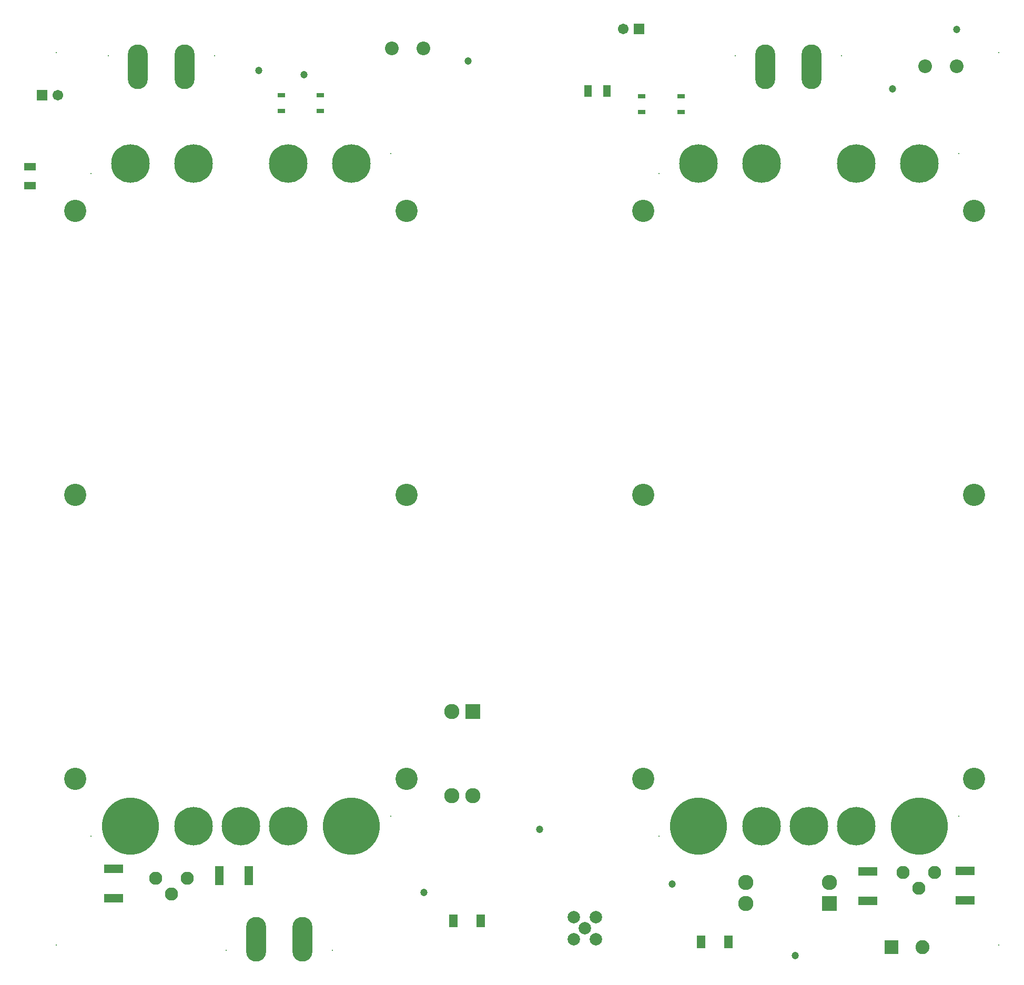
<source format=gbr>
%TF.GenerationSoftware,Altium Limited,Altium Designer,19.1.8 (144)*%
G04 Layer_Color=8388736*
%FSLAX25Y25*%
%MOIN*%
%TF.FileFunction,Soldermask,Top*%
%TF.Part,Single*%
G01*
G75*
%TA.AperFunction,SMDPad,CuDef*%
%ADD10R,0.07316X0.05142*%
%ADD11R,0.12008X0.05512*%
%ADD12R,0.05512X0.12008*%
%ADD13R,0.04724X0.03150*%
%ADD14R,0.05512X0.08268*%
%ADD15R,0.05142X0.07316*%
%TA.AperFunction,ComponentPad*%
%ADD27C,0.09646*%
%ADD28R,0.09646X0.09646*%
%ADD30R,0.09646X0.09646*%
%ADD34C,0.24422*%
%ADD35C,0.36233*%
%ADD36C,0.14107*%
%ADD37C,0.00800*%
%ADD38C,0.04737*%
%ADD39R,0.08871X0.08871*%
%ADD40C,0.08871*%
%ADD41C,0.07887*%
%ADD42R,0.06706X0.06706*%
%ADD43C,0.06706*%
%ADD44C,0.08674*%
%ADD45O,0.12611X0.28359*%
%ADD46C,0.08300*%
%TA.AperFunction,ViaPad*%
%ADD47C,0.00800*%
%ADD48C,0.07887*%
D10*
X9000Y509893D02*
D03*
Y522107D02*
D03*
D11*
X62017Y58452D02*
D03*
Y76956D02*
D03*
X539824Y56748D02*
D03*
Y75252D02*
D03*
X601447Y57057D02*
D03*
Y75561D02*
D03*
D12*
X129039Y72625D02*
D03*
X147543D02*
D03*
D13*
X421402Y556693D02*
D03*
Y566693D02*
D03*
X396598D02*
D03*
Y556693D02*
D03*
X192902Y567500D02*
D03*
Y557500D02*
D03*
X168098Y567500D02*
D03*
Y557500D02*
D03*
D14*
X277339Y43866D02*
D03*
X294661D02*
D03*
X434339Y30586D02*
D03*
X451661D02*
D03*
D15*
X374607Y570000D02*
D03*
X362393D02*
D03*
D27*
X276307Y123484D02*
D03*
X289693D02*
D03*
X276307Y176516D02*
D03*
X462484Y55020D02*
D03*
Y68406D02*
D03*
X515516D02*
D03*
D28*
X289693Y176516D02*
D03*
D30*
X515516Y55020D02*
D03*
D34*
X112500Y104000D02*
D03*
X142500D02*
D03*
X172500D02*
D03*
X472421D02*
D03*
X502421D02*
D03*
X532421D02*
D03*
X572421Y524000D02*
D03*
X532421D02*
D03*
X472421D02*
D03*
X432421D02*
D03*
X212500D02*
D03*
X172500D02*
D03*
X112500D02*
D03*
X72500D02*
D03*
D35*
X72500Y104000D02*
D03*
X212500D02*
D03*
X432421D02*
D03*
X572421D02*
D03*
D36*
X37579Y134000D02*
D03*
Y314000D02*
D03*
Y494000D02*
D03*
X247421Y314000D02*
D03*
X397500D02*
D03*
X247421Y134000D02*
D03*
X397500D02*
D03*
X607342D02*
D03*
Y314000D02*
D03*
Y494000D02*
D03*
X397500D02*
D03*
X247421D02*
D03*
D37*
X47500Y97700D02*
D03*
X133217Y25287D02*
D03*
X200500D02*
D03*
X237500Y110300D02*
D03*
X407421Y97700D02*
D03*
X597421Y110300D02*
D03*
Y530300D02*
D03*
X523157Y592370D02*
D03*
X455874D02*
D03*
X407421Y517700D02*
D03*
X237500Y530300D02*
D03*
X125757Y592346D02*
D03*
X58473D02*
D03*
X47500Y517700D02*
D03*
D38*
X258500Y62000D02*
D03*
X332000Y101936D02*
D03*
X416032Y67181D02*
D03*
X494000Y21872D02*
D03*
X555500Y571314D02*
D03*
X596343Y608937D02*
D03*
X286500Y589000D02*
D03*
X182468Y580500D02*
D03*
X154000Y583000D02*
D03*
D39*
X554727Y27200D02*
D03*
D40*
X574412Y27200D02*
D03*
D41*
X353581Y32324D02*
D03*
X367500D02*
D03*
Y46244D02*
D03*
X360540Y39284D02*
D03*
X353581Y46244D02*
D03*
D42*
X16500Y567500D02*
D03*
X395000Y609500D02*
D03*
D43*
X26500Y567500D02*
D03*
X385000Y609500D02*
D03*
D44*
X596343Y585658D02*
D03*
X576342D02*
D03*
X258343Y597157D02*
D03*
X238342D02*
D03*
D45*
X152114Y32394D02*
D03*
X181602D02*
D03*
X504259Y585264D02*
D03*
X474771D02*
D03*
X106859Y585240D02*
D03*
X77371D02*
D03*
D46*
X98500Y61059D02*
D03*
X108500Y71059D02*
D03*
X88500D02*
D03*
X562201Y74668D02*
D03*
X572201Y64668D02*
D03*
X582201Y74668D02*
D03*
D47*
X25500Y28780D02*
D03*
Y594500D02*
D03*
X623000Y28780D02*
D03*
Y594500D02*
D03*
D48*
X353581Y32324D02*
D03*
X367500D02*
D03*
Y46244D02*
D03*
X353581D02*
D03*
X360540Y39284D02*
D03*
%TF.MD5,24ef981c8ff7430d359f0ba5e3dd8b71*%
M02*

</source>
